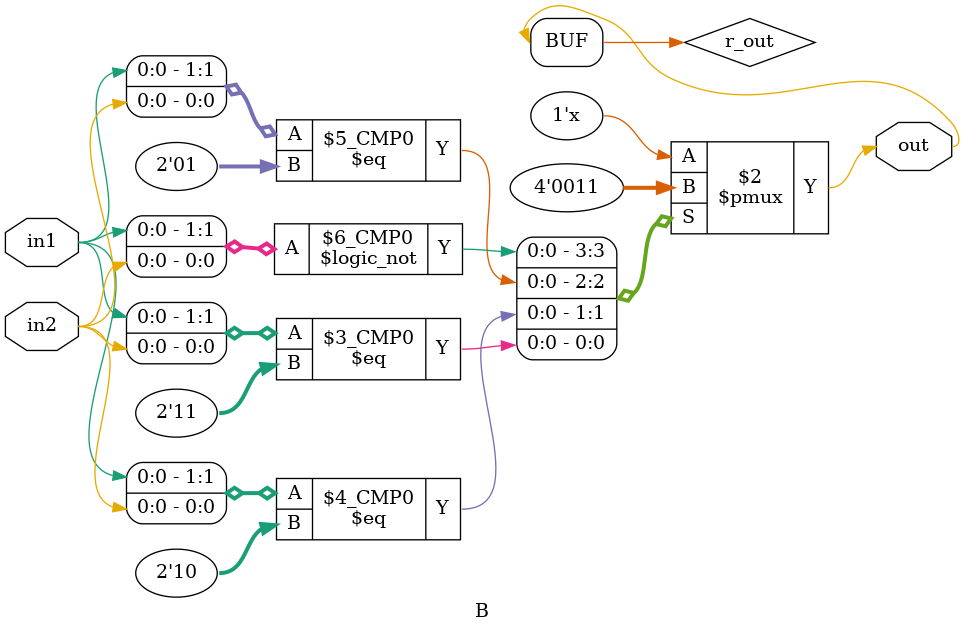
<source format=v>
module B(output out, input in1, in2);
  reg r_out;
  assign out = r_out;
  always@(in1, in2)
    begin
      case({in1,in2})
        2'b00: out = 1'b0;
        2'b01: out = 1'b0;
        2'b10: out = 1'b1;
        2'b11: out = 1'b1;
        default: out = 1'b0;
      endcase
    end
endmodule

</source>
